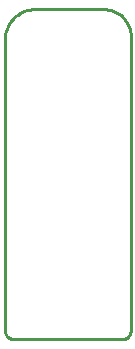
<source format=gbr>
G04 EAGLE Gerber RS-274X export*
G75*
%MOMM*%
%FSLAX34Y34*%
%LPD*%
%IN*%
%IPPOS*%
%AMOC8*
5,1,8,0,0,1.08239X$1,22.5*%
G01*
%ADD10C,0.254000*%


D10*
X10160Y27940D02*
X10189Y27276D01*
X10276Y26617D01*
X10420Y25968D01*
X10620Y25334D01*
X10874Y24720D01*
X11181Y24130D01*
X11538Y23569D01*
X11943Y23042D01*
X12392Y22552D01*
X12882Y22103D01*
X13409Y21698D01*
X13970Y21341D01*
X14560Y21034D01*
X15174Y20780D01*
X15808Y20580D01*
X16457Y20436D01*
X17116Y20349D01*
X17780Y20320D01*
X109220Y20320D01*
X109884Y20349D01*
X110543Y20436D01*
X111192Y20580D01*
X111826Y20780D01*
X112440Y21034D01*
X113030Y21341D01*
X113591Y21698D01*
X114118Y22103D01*
X114608Y22552D01*
X115057Y23042D01*
X115462Y23569D01*
X115819Y24130D01*
X116126Y24720D01*
X116380Y25334D01*
X116580Y25968D01*
X116724Y26617D01*
X116811Y27276D01*
X116840Y27940D01*
X116840Y276860D01*
X116753Y278852D01*
X116493Y280830D01*
X116061Y282777D01*
X115461Y284679D01*
X114698Y286521D01*
X113777Y288290D01*
X112706Y289972D01*
X111492Y291554D01*
X110144Y293024D01*
X108674Y294372D01*
X107092Y295586D01*
X105410Y296657D01*
X103641Y297578D01*
X101799Y298341D01*
X99897Y298941D01*
X97950Y299373D01*
X95972Y299633D01*
X93980Y299720D01*
X35560Y299720D01*
X33346Y299623D01*
X31149Y299334D01*
X28986Y298855D01*
X26873Y298188D01*
X24826Y297340D01*
X22860Y296317D01*
X20991Y295126D01*
X19233Y293778D01*
X17600Y292281D01*
X16102Y290647D01*
X14754Y288889D01*
X13563Y287020D01*
X12540Y285055D01*
X11692Y283007D01*
X11025Y280894D01*
X10546Y278731D01*
X10257Y276534D01*
X10160Y274320D01*
X10160Y27940D01*
M02*

</source>
